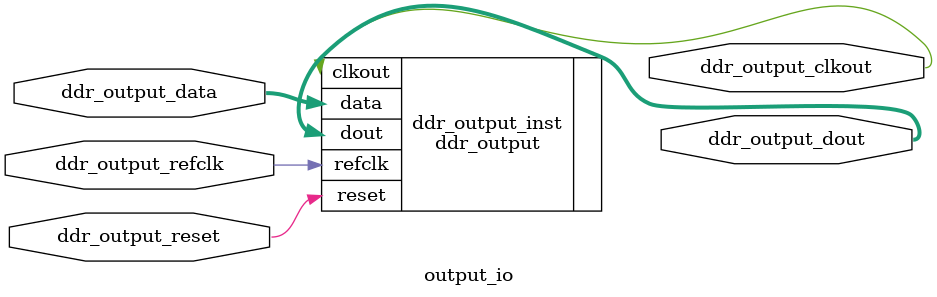
<source format=v>
/* synthesis translate_off*/
`define SBP_SIMULATION
/* synthesis translate_on*/
`ifndef SBP_SIMULATION
`define SBP_SYNTHESIS
`endif

//
// Verific Verilog Description of module output_io
//
module output_io (ddr_output_data, ddr_output_dout, ddr_output_clkout, 
            ddr_output_refclk, ddr_output_reset) /* synthesis sbp_module=true */ ;
    input [33:0]ddr_output_data;
    output [16:0]ddr_output_dout;
    output ddr_output_clkout;
    input ddr_output_refclk;
    input ddr_output_reset;
    
    
    ddr_output ddr_output_inst (.data({ddr_output_data}), .dout({ddr_output_dout}), 
            .clkout(ddr_output_clkout), .refclk(ddr_output_refclk), .reset(ddr_output_reset));
    
endmodule


</source>
